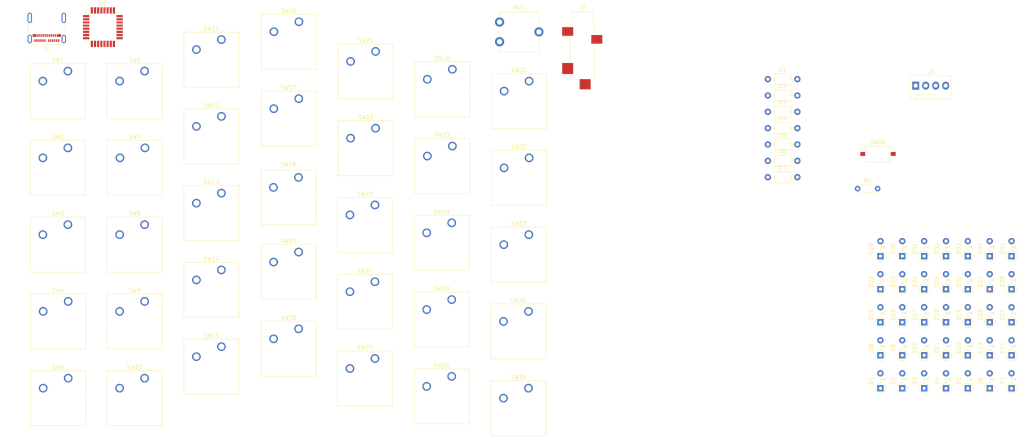
<source format=kicad_pcb>
(kicad_pcb (version 20240108) (generator "pcbnew") (generator_version "8.0")
  (layers (0 "F.Cu" signal) (31 "B.Cu" signal) (34 "B.Paste" user) (35 "F.Paste" user) (36 "B.SilkS" user "B.Silkscreen") (37 "F.SilkS" user "F.Silkscreen") (38 "B.Mask" user) (39 "F.Mask" user) (44 "Edge.Cuts" user))
  (net 0 "")
  (net 1 "GND")
  (net 2 "Net-(J1-CC1)")
  (net 3 "Net-(J1-CC2)")
  (net 4 "Net-(U1-VUSB)")
  (net 5 "VDD")
  (net 6 "Net-(J3-Pin_4)")
  (net 7 "Net-(D1-A)")
  (net 8 "row1")
  (net 9 "Net-(D2-A)")
  (net 10 "row2")
  (net 11 "Net-(D3-A)")
  (net 12 "row3")
  (net 13 "row4")
  (net 14 "Net-(D4-A)")
  (net 15 "row5")
  (net 16 "Net-(D5-A)")
  (net 17 "Net-(D6-A)")
  (net 18 "Net-(D7-A)")
  (net 19 "Net-(D8-A)")
  (net 20 "Net-(D9-A)")
  (net 21 "Net-(D10-A)")
  (net 22 "Net-(D11-A)")
  (net 23 "Net-(D12-A)")
  (net 24 "Net-(D13-A)")
  (net 25 "Net-(D14-A)")
  (net 26 "Net-(D15-A)")
  (net 27 "Net-(D16-A)")
  (net 28 "Net-(D17-A)")
  (net 29 "Net-(D18-A)")
  (net 30 "Net-(D19-A)")
  (net 31 "Net-(D20-A)")
  (net 32 "Net-(D21-A)")
  (net 33 "Net-(D22-A)")
  (net 34 "Net-(D23-A)")
  (net 35 "Net-(D24-A)")
  (net 36 "Net-(D25-A)")
  (net 37 "Net-(D26-A)")
  (net 38 "Net-(D27-A)")
  (net 39 "Net-(D28-A)")
  (net 40 "Net-(D29-A)")
  (net 41 "Net-(D30-A)")
  (net 42 "Net-(D31-A)")
  (net 43 "Net-(D32-A)")
  (net 44 "Net-(D33-A)")
  (net 45 "Net-(D34-A)")
  (net 46 "Net-(D35-A)")
  (net 47 "dp")
  (net 48 "dm")
  (net 49 "scl")
  (net 50 "Net-(J3-Pin_1)")
  (net 51 "Net-(R1-Pad1)")
  (net 52 "Net-(U1-PC3)")
  (net 53 "col1")
  (net 54 "col2")
  (net 55 "col3")
  (net 56 "col4")
  (net 57 "col5")
  (net 58 "col6")
  (net 59 "col7")
  (net 68 "sda")
  (footprint "Button_Switch_Keyboard:SW_Cherry_MX_1.00u_PCB" (layer "F.Cu") (at 133.01 53.5)
    (property "Reference" "SW26" (at -2.54 -2.794 0) (layer "F.SilkS"))
    (property "Value" "SW_Push")
    (pad "" np_thru_hole circle (at -7.62 5.08) (size 1.7 1.7) (drill 1.7) (layers "*.Cu" "*.Mask"))
    (pad "" np_thru_hole circle (at -2.54 5.08) (size 4 4) (drill 4) (layers "*.Cu" "*.Mask"))
    (pad "" np_thru_hole circle (at 2.54 5.08) (size 1.7 1.7) (drill 1.7) (layers "*.Cu" "*.Mask"))
    (pad "1" thru_hole circle (at 0 0) (size 2.2 2.2) (drill 1.5) (layers "*.Cu" "*.Mask") (net 58 "col6"))
    (pad "2" thru_hole circle (at -6.35 2.54) (size 2.2 2.2) (drill 1.5) (layers "*.Cu" "*.Mask") (net 37 "Net-(D26-A)"))
  )
  (footprint "Capacitor_THT:C_Axial_L3.8mm_D2.6mm_P7.50mm_Horizontal" (layer "F.Cu") (at 213.15 76.755)
    (property "Reference" "C6" (at 3.75 -2.42 0) (layer "F.SilkS"))
    (property "Value" "C_Small")
    (pad "1" thru_hole circle (at 0 0) (size 1.6 1.6) (drill 0.8) (layers "*.Cu" "*.Mask") (net 6 "Net-(J3-Pin_4)"))
    (pad "2" thru_hole oval (at 7.5 0) (size 1.6 1.6) (drill 0.8) (layers "*.Cu" "*.Mask") (net 1 "GND"))
  )
  (footprint "Diode_THT:D_DO-35_SOD27_P3.81mm_Vertical_AnodeUp" (layer "F.Cu") (at 275.05 109.354315 90)
    (property "Reference" "D28" (at 1.905 -2.326371 90) (layer "F.SilkS"))
    (property "Value" "D_45deg")
    (fp_text user "A" (at 2.31 0.8 90) (layer "F.SilkS"))
    (pad "1" thru_hole rect (at 0 0 90) (size 1.6 1.6) (drill 0.8) (layers "*.Cu" "*.Mask") (net 12 "row3"))
    (pad "2" thru_hole oval (at 3.81 0 90) (size 1.6 1.6) (drill 0.8) (layers "*.Cu" "*.Mask") (net 39 "Net-(D28-A)"))
  )
  (footprint "Diode_THT:D_DO-35_SOD27_P3.81mm_Vertical_AnodeUp" (layer "F.Cu") (at 269.5 109.354315 90)
    (property "Reference" "D27" (at 1.905 -2.326371 90) (layer "F.SilkS"))
    (property "Value" "D_45deg")
    (fp_text user "A" (at 2.31 0.8 90) (layer "F.SilkS"))
    (pad "1" thru_hole rect (at 0 0 90) (size 1.6 1.6) (drill 0.8) (layers "*.Cu" "*.Mask") (net 10 "row2"))
    (pad "2" thru_hole oval (at 3.81 0 90) (size 1.6 1.6) (drill 0.8) (layers "*.Cu" "*.Mask") (net 38 "Net-(D27-A)"))
  )
  (footprint "Capacitor_THT:C_Axial_L3.8mm_D2.6mm_P7.50mm_Horizontal" (layer "F.Cu") (at 213.15 68.455)
    (property "Reference" "C4" (at 3.75 -2.42 0) (layer "F.SilkS"))
    (property "Value" "C_Small")
    (pad "1" thru_hole circle (at 0 0) (size 1.6 1.6) (drill 0.8) (layers "*.Cu" "*.Mask") (net 1 "GND"))
    (pad "2" thru_hole oval (at 7.5 0) (size 1.6 1.6) (drill 0.8) (layers "*.Cu" "*.Mask") (net 5 "VDD"))
  )
  (footprint "Diode_THT:D_DO-35_SOD27_P3.81mm_Vertical_AnodeUp" (layer "F.Cu") (at 247.3 126.144315 90)
    (property "Reference" "D9" (at 1.905 -2.326371 90) (layer "F.SilkS"))
    (property "Value" "D_45deg")
    (fp_text user "A" (at 2.31 0.8 90) (layer "F.SilkS"))
    (pad "1" thru_hole rect (at 0 0 90) (size 1.6 1.6) (drill 0.8) (layers "*.Cu" "*.Mask") (net 13 "row4"))
    (pad "2" thru_hole oval (at 3.81 0 90) (size 1.6 1.6) (drill 0.8) (layers "*.Cu" "*.Mask") (net 20 "Net-(D9-A)"))
  )
  (footprint "Resistor_THT:R_Axial_DIN0204_L3.6mm_D1.6mm_P5.08mm_Horizontal" (layer "F.Cu") (at 235.95 83.805)
    (property "Reference" "R1" (at 2.54 -1.92 0) (layer "F.SilkS"))
    (property "Value" "R")
    (pad "1" thru_hole circle (at 0 0) (size 1.4 1.4) (drill 0.7) (layers "*.Cu" "*.Mask") (net 51 "Net-(R1-Pad1)"))
    (pad "2" thru_hole oval (at 5.08 0) (size 1.4 1.4) (drill 0.7) (layers "*.Cu" "*.Mask") (net 6 "Net-(J3-Pin_4)"))
  )
  (footprint "Diode_THT:D_DO-35_SOD27_P3.81mm_Vertical_AnodeUp" (layer "F.Cu") (at 275.05 126.144315 90)
    (property "Reference" "D14" (at 1.905 -2.326371 90) (layer "F.SilkS"))
    (property "Value" "D_45deg")
    (fp_text user "A" (at 2.31 0.8 90) (layer "F.SilkS"))
    (pad "1" thru_hole rect (at 0 0 90) (size 1.6 1.6) (drill 0.8) (layers "*.Cu" "*.Mask") (net 13 "row4"))
    (pad "2" thru_hole oval (at 3.81 0 90) (size 1.6 1.6) (drill 0.8) (layers "*.Cu" "*.Mask") (net 25 "Net-(D14-A)"))
  )
  (footprint "Button_Switch_Keyboard:SW_Cherry_MX_1.00u_PCB" (layer "F.Cu") (at 113.51 68.46)
    (property "Reference" "SW22" (at -2.54 -2.794 0) (layer "F.SilkS"))
    (property "Value" "SW_Push")
    (pad "" np_thru_hole circle (at -7.62 5.08) (size 1.7 1.7) (drill 1.7) (layers "*.Cu" "*.Mask"))
    (pad "" np_thru_hole circle (at -2.54 5.08) (size 4 4) (drill 4) (layers "*.Cu" "*.Mask"))
    (pad "" np_thru_hole circle (at 2.54 5.08) (size 1.7 1.7) (drill 1.7) (layers "*.Cu" "*.Mask"))
    (pad "1" thru_hole circle (at 0 0) (size 2.2 2.2) (drill 1.5) (layers "*.Cu" "*.Mask") (net 57 "col5"))
    (pad "2" thru_hole circle (at -6.35 2.54) (size 2.2 2.2) (drill 1.5) (layers "*.Cu" "*.Mask") (net 33 "Net-(D22-A)"))
  )
  (footprint "Diode_THT:D_DO-35_SOD27_P3.81mm_Vertical_AnodeUp" (layer "F.Cu") (at 258.4 100.959315 90)
    (property "Reference" "D32" (at 1.905 -2.326371 90) (layer "F.SilkS"))
    (property "Value" "D_45deg")
    (fp_text user "A" (at 2.31 0.8 90) (layer "F.SilkS"))
    (pad "1" thru_hole rect (at 0 0 90) (size 1.6 1.6) (drill 0.8) (layers "*.Cu" "*.Mask") (net 10 "row2"))
    (pad "2" thru_hole oval (at 3.81 0 90) (size 1.6 1.6) (drill 0.8) (layers "*.Cu" "*.Mask") (net 43 "Net-(D32-A)"))
  )
  (footprint "Button_Switch_Keyboard:SW_Cherry_MX_1.00u_PCB" (layer "F.Cu") (at 133.01 73)
    (property "Reference" "SW27" (at -2.54 -2.794 0) (layer "F.SilkS"))
    (property "Value" "SW_Push")
    (pad "" np_thru_hole circle (at -7.62 5.08) (size 1.7 1.7) (drill 1.7) (layers "*.Cu" "*.Mask"))
    (pad "" np_thru_hole circle (at -2.54 5.08) (size 4 4) (drill 4) (layers "*.Cu" "*.Mask"))
    (pad "" np_thru_hole circle (at 2.54 5.08) (size 1.7 1.7) (drill 1.7) (layers "*.Cu" "*.Mask"))
    (pad "1" thru_hole circle (at 0 0) (size 2.2 2.2) (drill 1.5) (layers "*.Cu" "*.Mask") (net 58 "col6"))
    (pad "2" thru_hole circle (at -6.35 2.54) (size 2.2 2.2) (drill 1.5) (layers "*.Cu" "*.Mask") (net 38 "Net-(D27-A)"))
  )
  (footprint "Diode_THT:D_DO-35_SOD27_P3.81mm_Vertical_AnodeUp" (layer "F.Cu") (at 258.4 109.354315 90)
    (property "Reference" "D25" (at 1.905 -2.326371 90) (layer "F.SilkS"))
    (property "Value" "D_45deg")
    (fp_text user "A" (at 2.31 0.8 90) (layer "F.SilkS"))
    (pad "1" thru_hole rect (at 0 0 90) (size 1.6 1.6) (drill 0.8) (layers "*.Cu" "*.Mask") (net 15 "row5"))
    (pad "2" thru_hole oval (at 3.81 0 90) (size 1.6 1.6) (drill 0.8) (layers "*.Cu" "*.Mask") (net 36 "Net-(D25-A)"))
  )
  (footprint "Diode_THT:D_DO-35_SOD27_P3.81mm_Vertical_AnodeUp" (layer "F.Cu") (at 252.85 109.354315 90)
    (property "Reference" "D24" (at 1.905 -2.326371 90) (layer "F.SilkS"))
    (property "Value" "D_45deg")
    (fp_text user "A" (at 2.31 0.8 90) (layer "F.SilkS"))
    (pad "1" thru_hole rect (at 0 0 90) (size 1.6 1.6) (drill 0.8) (layers "*.Cu" "*.Mask") (net 13 "row4"))
    (pad "2" thru_hole oval (at 3.81 0 90) (size 1.6 1.6) (drill 0.8) (layers "*.Cu" "*.Mask") (net 35 "Net-(D24-A)"))
  )
  (footprint "Button_Switch_Keyboard:SW_Cherry_MX_1.00u_PCB" (layer "F.Cu") (at 152.51 56.5)
    (property "Reference" "SW31" (at -2.54 -2.794 0) (layer "F.SilkS"))
    (property "Value" "SW_Push")
    (pad "" np_thru_hole circle (at -7.62 5.08) (size 1.7 1.7) (drill 1.7) (layers "*.Cu" "*.Mask"))
    (pad "" np_thru_hole circle (at -2.54 5.08) (size 4 4) (drill 4) (layers "*.Cu" "*.Mask"))
    (pad "" np_thru_hole circle (at 2.54 5.08) (size 1.7 1.7) (drill 1.7) (layers "*.Cu" "*.Mask"))
    (pad "1" thru_hole circle (at 0 0) (size 2.2 2.2) (drill 1.5) (layers "*.Cu" "*.Mask") (net 59 "col7"))
    (pad "2" thru_hole circle (at -6.35 2.54) (size 2.2 2.2) (drill 1.5) (layers "*.Cu" "*.Mask") (net 42 "Net-(D31-A)"))
  )
  (footprint "Diode_THT:D_DO-35_SOD27_P3.81mm_Vertical_AnodeUp" (layer "F.Cu") (at 252.85 134.539315 90)
    (property "Reference" "D3" (at 1.905 -2.326371 90) (layer "F.SilkS"))
    (property "Value" "D_45deg")
    (fp_text user "A" (at 2.31 0.8 90) (layer "F.SilkS"))
    (pad "1" thru_hole rect (at 0 0 90) (size 1.6 1.6) (drill 0.8) (layers "*.Cu" "*.Mask") (net 12 "row3"))
    (pad "2" thru_hole oval (at 3.81 0 90) (size 1.6 1.6) (drill 0.8) (layers "*.Cu" "*.Mask") (net 11 "Net-(D3-A)"))
  )
  (footprint "Connector_Audio:Jack_3.5mm_CUI_SJ-3524-SMT_Horizontal" (layer "F.Cu") (at 166 47.5)
    (property "Reference" "J2" (at 0 -9.9 0) (layer "F.SilkS"))
    (property "Value" "AudioJack4")
    (pad "" np_thru_hole circle (at 0 -2.5) (size 1.7 1.7) (drill 1.7) (layers "*.Cu" "*.Mask"))
    (pad "" np_thru_hole circle (at 0 4.5) (size 1.7 1.7) (drill 1.7) (layers "*.Cu" "*.Mask"))
    (pad "R" smd rect (at 3.7 -1.6) (size 2.8 2.2) (layers "F.Cu" "F.Paste" "F.Mask"))
    (pad "S" smd rect (at -3.7 -3.6) (size 2.8 2.2) (layers "F.Cu" "F.Paste" "F.Mask") (net 1 "GND"))
    (pad "T" smd rect (at -3.7 5.8) (size 2.8 2.8) (layers "F.Cu" "F.Paste" "F.Mask") (net 49 "scl"))
    (pad "TN" smd rect (at 0.75 9.8) (size 2.8 2.6) (layers "F.Cu" "F.Paste" "F.Mask"))
  )
  (footprint "Button_Switch_Keyboard:SW_Cherry_MX_1.00u_PCB" (layer "F.Cu") (at 54.93 73.46)
    (property "Reference" "SW7" (at -2.54 -2.794 0) (layer "F.SilkS"))
    (property "Value" "SW_Push")
    (pad "" np_thru_hole circle (at -7.62 5.08) (size 1.7 1.7) (drill 1.7) (layers "*.Cu" "*.Mask"))
    (pad "" np_thru_hole circle (at -2.54 5.08) (size 4 4) (drill 4) (layers "*.Cu" "*.Mask"))
    (pad "" np_thru_hole circle (at 2.54 5.08) (size 1.7 1.7) (drill 1.7) (layers "*.Cu" "*.Mask"))
    (pad "1" thru_hole circle (at 0 0) (size 2.2 2.2) (drill 1.5) (layers "*.Cu" "*.Mask") (net 54 "col2"))
    (pad "2" thru_hole circle (at -6.35 2.54) (size 2.2 2.2) (drill 1.5) (layers "*.Cu" "*.Mask") (net 18 "Net-(D7-A)"))
  )
  (footprint "Button_Switch_Keyboard:SW_Cherry_MX_1.00u_PCB" (layer "F.Cu") (at 113.35 126.96)
    (property "Reference" "SW25" (at -2.54 -2.794 0) (layer "F.SilkS"))
    (property "Value" "SW_Push")
    (pad "" np_thru_hole circle (at -7.62 5.08) (size 1.7 1.7) (drill 1.7) (layers "*.Cu" "*.Mask"))
    (pad "" np_thru_hole circle (at -2.54 5.08) (size 4 4) (drill 4) (layers "*.Cu" "*.Mask"))
    (pad "" np_thru_hole circle (at 2.54 5.08) (size 1.7 1.7) (drill 1.7) (layers "*.Cu" "*.Mask"))
    (pad "1" thru_hole circle (at 0 0) (size 2.2 2.2) (drill 1.5) (layers "*.Cu" "*.Mask") (net 57 "col5"))
    (pad "2" thru_hole circle (at -6.35 2.54) (size 2.2 2.2) (drill 1.5) (layers "*.Cu" "*.Mask") (net 36 "Net-(D25-A)"))
  )
  (footprint "Button_Switch_Keyboard:SW_Cherry_MX_1.00u_PCB" (layer "F.Cu") (at 132.85 92.5)
    (property "Reference" "SW28" (at -2.54 -2.794 0) (layer "F.SilkS"))
    (property "Value" "SW_Push")
    (pad "" np_thru_hole circle (at -7.62 5.08) (size 1.7 1.7) (drill 1.7) (layers "*.Cu" "*.Mask"))
    (pad "" np_thru_hole circle (at -2.54 5.08) (size 4 4) (drill 4) (layers "*.Cu" "*.Mask"))
    (pad "" np_thru_hole circle (at 2.54 5.08) (size 1.7 1.7) (drill 1.7) (layers "*.Cu" "*.Mask"))
    (pad "1" thru_hole circle (at 0 0) (size 2.2 2.2) (drill 1.5) (layers "*.Cu" "*.Mask") (net 58 "col6"))
    (pad "2" thru_hole circle (at -6.35 2.54) (size 2.2 2.2) (drill 1.5) (layers "*.Cu" "*.Mask") (net 39 "Net-(D28-A)"))
  )
  (footprint "Diode_THT:D_DO-35_SOD27_P3.81mm_Vertical_AnodeUp" (layer "F.Cu") (at 275.05 100.959315 90)
    (property "Reference" "D35" (at 1.905 -2.326371 90) (layer "F.SilkS"))
    (property "Value" "D_45deg")
    (fp_text user "A" (at 2.31 0.8 90) (layer "F.SilkS"))
    (pad "1" thru_hole rect (at 0 0 90) (size 1.6 1.6) (drill 0.8) (layers "*.Cu" "*.Mask") (net 15 "row5"))
    (pad "2" thru_hole oval (at 3.81 0 90) (size 1.6 1.6) (drill 0.8) (layers "*.Cu" "*.Mask") (net 46 "Net-(D35-A)"))
  )
  (footprint "Diode_THT:D_DO-35_SOD27_P3.81mm_Vertical_AnodeUp" (layer "F.Cu") (at 241.75 134.539315 90)
    (property "Reference" "D1" (at 1.905 -2.326371 90) (layer "F.SilkS"))
    (property "Value" "D_45deg")
    (fp_text user "A" (at 2.31 0.8 90) (layer "F.SilkS"))
    (pad "1" thru_hole rect (at 0 0 90) (size 1.6 1.6) (drill 0.8) (layers "*.Cu" "*.Mask") (net 8 "row1"))
    (pad "2" thru_hole oval (at 3.81 0 90) (size 1.6 1.6) (drill 0.8) (layers "*.Cu" "*.Mask") (net 7 "Net-(D1-A)"))
  )
  (footprint "Button_Switch_Keyboard:SW_Cherry_MX_1.00u_PCB" (layer "F.Cu") (at 113.35 107.46)
    (property "Reference" "SW24" (at -2.54 -2.794 0) (layer "F.SilkS"))
    (property "Value" "SW_Push")
    (pad "" np_thru_hole circle (at -7.62 5.08) (size 1.7 1.7) (drill 1.7) (layers "*.Cu" "*.Mask"))
    (pad "" np_thru_hole circle (at -2.54 5.08) (size 4 4) (drill 4) (layers "*.Cu" "*.Mask"))
    (pad "" np_thru_hole circle (at 2.54 5.08) (size 1.7 1.7) (drill 1.7) (layers "*.Cu" "*.Mask"))
    (pad "1" thru_hole circle (at 0 0) (size 2.2 2.2) (drill 1.5) (layers "*.Cu" "*.Mask") (net 57 "col5"))
    (pad "2" thru_hole circle (at -6.35 2.54) (size 2.2 2.2) (drill 1.5) (layers "*.Cu" "*.Mask") (net 35 "Net-(D24-A)"))
  )
  (footprint "Diode_THT:D_DO-35_SOD27_P3.81mm_Vertical_AnodeUp" (layer "F.Cu") (at 247.3 100.959315 90)
    (property "Reference" "D30" (at 1.905 -2.326371 90) (layer "F.SilkS"))
    (property "Value" "D_45deg")
    (fp_text user "A" (at 2.31 0.8 90) (layer "F.SilkS"))
    (pad "1" thru_hole rect (at 0 0 90) (size 1.6 1.6) (drill 0.8) (layers "*.Cu" "*.Mask") (net 15 "row5"))
    (pad "2" thru_hole oval (at 3.81 0 90) (size 1.6 1.6) (drill 0.8) (layers "*.Cu" "*.Mask") (net 41 "Net-(D30-A)"))
  )
  (footprint "Diode_THT:D_DO-35_SOD27_P3.81mm_Vertical_AnodeUp" (layer "F.Cu") (at 252.85 126.144315 90)
    (property "Reference" "D10" (at 1.905 -2.326371 90) (layer "F.SilkS"))
    (property "Value" "D_45deg")
    (fp_text user "A" (at 2.31 0.8 90) (layer "F.SilkS"))
    (pad "1" thru_hole rect (at 0 0 90) (size 1.6 1.6) (drill 0.8) (layers "*.Cu" "*.Mask") (net 15 "row5"))
    (pad "2" thru_hole oval (at 3.81 0 90) (size 1.6 1.6) (drill 0.8) (layers "*.Cu" "*.Mask") (net 21 "Net-(D10-A)"))
  )
  (footprint "Button_Switch_Keyboard:SW_Cherry_MX_1.00u_PCB" (layer "F.Cu") (at 152.35 115)
    (property "Reference" "SW34" (at -2.54 -2.794 0) (layer "F.SilkS"))
    (property "Value" "SW_Push")
    (pad "" np_thru_hole circle (at -7.62 5.08) (size 1.7 1.7) (drill 1.7) (layers "*.Cu" "*.Mask"))
    (pad "" np_thru_hole circle (at -2.54 5.08) (size 4 4) (drill 4) (layers "*.Cu" "*.Mask"))
    (pad "" np_thru_hole circle (at 2.54 5.08) (size 1.7 1.7) (drill 1.7) (layers "*.Cu" "*.Mask"))
    (pad "1" thru_hole circle (at 0 0) (size 2.2 2.2) (drill 1.5) (layers "*.Cu" "*.Mask") (net 59 "col7"))
    (pad "2" thru_hole circle (at -6.35 2.54) (size 2.2 2.2) (drill 1.5) (layers "*.Cu" "*.Mask") (net 45 "Net-(D34-A)"))
  )
  (footprint "Capacitor_THT:C_Axial_L3.8mm_D2.6mm_P7.50mm_Horizontal" (layer "F.Cu") (at 213.15 56.005)
    (property "Reference" "C1" (at 3.75 -2.42 0) (layer "F.SilkS"))
    (property "Value" "C_Small")
    (pad "1" thru_hole circle (at 0 0) (size 1.6 1.6) (drill 0.8) (layers "*.Cu" "*.Mask") (net 1 "GND"))
    (pad "2" thru_hole oval (at 7.5 0) (size 1.6 1.6) (drill 0.8) (layers "*.Cu" "*.Mask") (net 2 "Net-(J1-CC1)"))
  )
  (footprint "Diode_THT:D_DO-35_SOD27_P3.81mm_Vertical_AnodeUp" (layer "F.Cu") (at 263.95 126.144315 90)
    (property "Reference" "D12" (at 1.905 -2.326371 90) (layer "F.SilkS"))
    (property "Value" "D_45deg")
    (fp_text user "A" (at 2.31 0.8 90) (layer "F.SilkS"))
    (pad "1" thru_hole rect (at 0 0 90) (size 1.6 1.6) (drill 0.8) (layers "*.Cu" "*.Mask") (net 10 "row2"))
    (pad "2" thru_hole oval (at 3.81 0 90) (size 1.6 1.6) (drill 0.8) (layers "*.Cu" "*.Mask") (net 23 "Net-(D12-A)"))
  )
  (footprint "Button_Switch_Keyboard:SW_Cherry_MX_1.00u_PCB" (layer "F.Cu") (at 54.85 112.46)
    (property "Reference" "SW9" (at -2.54 -2.794 0) (layer "F.SilkS"))
    (property "Value" "SW_Push")
    (pad "" np_thru_hole circle (at -7.62 5.08) (size 1.7 1.7) (drill 1.7) (layers "*.Cu" "*.Mask"))
    (pad "" np_thru_hole circle (at -2.54 5.08) (size 4 4) (drill 4) (layers "*.Cu" "*.Mask"))
    (pad "" np_thru_hole circle (at 2.54 5.08) (size 1.7 1.7) (drill 1.7) (layers "*.Cu" "*.Mask"))
    (pad "1" thru_hole circle (at 0 0) (size 2.2 2.2) (drill 1.5) (layers "*.Cu" "*.Mask") (net 54 "col2"))
    (pad "2" thru_hole circle (at -6.35 2.54) (size 2.2 2.2) (drill 1.5) (layers "*.Cu" "*.Mask") (net 20 "Net-(D9-A)"))
  )
  (footprint "Diode_THT:D_DO-35_SOD27_P3.81mm_Vertical_AnodeUp" (layer "F.Cu") (at 247.3 134.539315 90)
    (property "Reference" "D2" (at 1.905 -2.326371 90) (layer "F.SilkS"))
    (property "Value" "D_45deg")
    (fp_text user "A" (at 2.31 0.8 90) (layer "F.SilkS"))
    (pad "1" thru_hole rect (at 0 0 90) (size 1.6 1.6) (drill 0.8) (layers "*.Cu" "*.Mask") (net 10 "row2"))
    (pad "2" thru_hole oval (at 3.81 0 90) (size 1.6 1.6) (drill 0.8) (layers "*.Cu" "*.Mask") (net 9 "Net-(D2-A)"))
  )
  (footprint "Button_Switch_Keyboard:SW_Cherry_MX_1.00u_PCB" (layer "F.Cu") (at 54.85 92.96)
    (property "Reference" "SW8" (at -2.54 -2.794 0) (layer "F.SilkS"))
    (property "Value" "SW_Push")
    (pad "" np_thru_hole circle (at -7.62 5.08) (size 1.7 1.7) (drill 1.7) (layers "*.Cu" "*.Mask"))
    (pad "" np_thru_hole circle (at -2.54 5.08) (size 4 4) (drill 4) (layers "*.Cu" "*.Mask"))
    (pad "" np_thru_hole circle (at 2.54 5.08) (size 1.7 1.7) (drill 1.7) (layers "*.Cu" "*.Mask"))
    (pad "1" thru_hole circle (at 0 0) (size 2.2 2.2) (drill 1.5) (layers "*.Cu" "*.Mask") (net 54 "col2"))
    (pad "2" thru_hole circle (at -6.35 2.54) (size 2.2 2.2) (drill 1.5) (layers "*.Cu" "*.Mask") (net 19 "Net-(D8-A)"))
  )
  (footprint "Diode_THT:D_DO-35_SOD27_P3.81mm_Vertical_AnodeUp" (layer "F.Cu") (at 258.4 126.144315 90)
    (property "Reference" "D11" (at 1.905 -2.326371 90) (layer "F.SilkS"))
    (property "Value" "D_45deg")
    (fp_text user "A" (at 2.31 0.8 90) (layer "F.SilkS"))
    (pad "1" thru_hole rect (at 0 0 90) (size 1.6 1.6) (drill 0.8) (layers "*.Cu" "*.Mask") (net 8 "row1"))
    (pad "2" thru_hole oval (at 3.81 0 90) (size 1.6 1.6) (drill 0.8) (layers "*.Cu" "*.Mask") (net 22 "Net-(D11-A)"))
  )
  (footprint "Button_Switch_Keyboard:SW_Cherry_MX_1.00u_PCB" (layer "F.Cu") (at 74.35 84.96)
    (property "Reference" "SW13" (at -2.54 -2.794 0) (layer "F.SilkS"))
    (property "Value" "SW_Push")
    (pad "" np_thru_hole circle (at -7.62 5.08) (size 1.7 1.7) (drill 1.7) (layers "*.Cu" "*.Mask"))
    (pad "" np_thru_hole circle (at -2.54 5.08) (size 4 4) (drill 4) (layers "*.Cu" "*.Mask"))
    (pad "" np_thru_hole circle (at 2.54 5.08) (size 1.7 1.7) (drill 1.7) (layers "*.Cu" "*.Mask"))
    (pad "1" thru_hole circle (at 0 0) (size 2.2 2.2) (drill 1.5) (layers "*.Cu" "*.Mask") (net 55 "col3"))
    (pad "2" thru_hole circle (at -6.35 2.54) (size 2.2 2.2) (drill 1.5) (layers "*.Cu" "*.Mask") (net 24 "Net-(D13-A)"))
  )
  (footprint "Button_Switch_SMD:SW_Tactile_SPST_NO_Straight_CK_PTS636Sx25SMTRLFS" (layer "F.Cu") (at 241.125 75)
    (property "Reference" "SW36" (at 0 -3 0) (layer "F.SilkS"))
    (property "Value" "SW_Push")
    (pad "1" smd rect (at -3.875 0) (size 1.25 1) (layers "F.Cu" "F.Paste" "F.Mask") (net 1 "GND"))
    (pad "2" smd rect (at 3.875 0) (size 1.25 1) (layers "F.Cu" "F.Paste" "F.Mask") (net 51 "Net-(R1-Pad1)"))
  )
  (footprint "Button_Switch_Keyboard:SW_Cherry_MX_1.00u_PCB" (layer "F.Cu") (at 74.35 123.96)
    (property "Reference" "SW15" (at -2.54 -2.794 0) (layer "F.SilkS"))
    (property "Value" "SW_Push")
    (pad "" np_thru_hole circle (at -7.62 5.08) (size 1.7 1.7) (drill 1.7) (layers "*.Cu" "*.Mask"))
    (pad "" np_thru_hole circle (at -2.54 5.08) (size 4 4) (drill 4) (layers "*.Cu" "*.Mask"))
    (pad "" np_thru_hole circle (at 2.54 5.08) (size 1.7 1.7) (drill 1.7) (layers "*.Cu" "*.Mask"))
    (pad "1" thru_hole circle (at 0 0) (size 2.2 2.2) (drill 1.5) (layers "*.Cu" "*.Mask") (net 55 "col3"))
    (pad "2" thru_hole circle (at -6.35 2.54) (size 2.2 2.2) (drill 1.5) (layers "*.Cu" "*.Mask") (net 26 "Net-(D15-A)"))
  )
  (footprint "Diode_THT:D_DO-35_SOD27_P3.81mm_Vertical_AnodeUp" (layer "F.Cu") (at 263.95 109.354315 90)
    (property "Reference" "D26" (at 1.905 -2.326371 90) (layer "F.SilkS"))
    (property "Value" "D_45deg")
    (fp_text user "A" (at 2.31 0.8 90) (layer "F.SilkS"))
    (pad "1" thru_hole rect (at 0 0 90) (size 1.6 1.6) (drill 0.8) (layers "*.Cu" "*.Mask") (net 8 "row1"))
    (pad "2" thru_hole oval (at 3.81 0 90) (size 1.6 1.6) (drill 0.8) (layers "*.Cu" "*.Mask") (net 37 "Net-(D26-A)"))
  )
  (footprint "Diode_THT:D_DO-35_SOD27_P3.81mm_Vertical_AnodeUp" (layer "F.Cu") (at 247.3 109.354315 90)
    (property "Reference" "D23" (at 1.905 -2.326371 90) (layer "F.SilkS"))
    (property "Value" "D_45deg")
    (fp_text user "A" (at 2.31 0.8 90) (layer "F.SilkS"))
    (pad "1" thru_hole rect (at 0 0 90) (size 1.6 1.6) (drill 0.8) (layers "*.Cu" "*.Mask") (net 12 "row3"))
    (pad "2" thru_hole oval (at 3.81 0 90) (size 1.6 1.6) (drill 0.8) (layers "*.Cu" "*.Mask") (net 34 "Net-(D23-A)"))
  )
  (footprint "Diode_THT:D_DO-35_SOD27_P3.81mm_Vertical_AnodeUp" (layer "F.Cu") (at 269.5 134.539315 90)
    (property "Reference" "D6" (at 1.905 -2.326371 90) (layer "F.SilkS"))
    (property "Value" "D_45deg")
    (fp_text user "A" (at 2.31 0.8 90) (layer "F.SilkS"))
    (pad "1" thru_hole rect (at 0 0 90) (size 1.6 1.6) (drill 0.8) (layers "*.Cu" "*.Mask") (net 8 "row1"))
    (pad "2" thru_hole oval (at 3.81 0 90) (size 1.6 1.6) (drill 0.8) (layers "*.Cu" "*.Mask") (net 17 "Net-(D6-A)"))
  )
  (footprint "Diode_THT:D_DO-35_SOD27_P3.81mm_Vertical_AnodeUp" (layer "F.Cu") (at 252.85 117.749315 90)
    (property "Reference" "D17" (at 1.905 -2.326371 90) (layer "F.SilkS"))
    (property "Value" "D_45deg")
    (fp_text user "A" (at 2.31 0.8 90) (layer "F.SilkS"))
    (pad "1" thru_hole rect (at 0 0 90) (size 1.6 1.6) (drill 0.8) (layers "*.Cu" "*.Mask") (net 10 "row2"))
    (pad "2" thru_hole oval (at 3.81 0 90) (size 1.6 1.6) (drill 0.8) (layers "*.Cu" "*.Mask") (net 28 "Net-(D17-A)"))
  )
  (footprint "Button_Switch_Keyboard:SW_Cherry_MX_1.00u_PCB" (layer "F.Cu") (at 74.35 104.46)
    (property "Reference" "SW14" (at -2.54 -2.794 0) (layer "F.SilkS"))
    (property "Value" "SW_Push")
    (pad "" np_thru_hole circle (at -7.62 5.08) (size 1.7 1.7) (drill 1.7) (layers "*.Cu" "*.Mask"))
    (pad "" np_thru_hole circle (at -2.54 5.08) (size 4 4) (drill 4) (layers "*.Cu" "*.Mask"))
    (pad "" np_thru_hole circle (at 2.54 5.08) (size 1.7 1.7) (drill 1.7) (layers "*.Cu" "*.Mask"))
    (pad "1" thru_hole circle (at 0 0) (size 2.2 2.2) (drill 1.5) (layers "*.Cu" "*.Mask") (net 55 "col3"))
    (pad "2" thru_hole circle (at -6.35 2.54) (size 2.2 2.2) (drill 1.5) (layers "*.Cu" "*.Mask") (net 25 "Net-(D14-A)"))
  )
  (footprint "Button_Switch_Keyboard:SW_Cherry_MX_1.00u_PCB" (layer "F.Cu") (at 93.96 119.42)
    (property "Reference" "SW20" (at -2.54 -2.794 0) (layer "F.SilkS"))
    (property "Value" "SW_Push")
    (pad "" np_thru_hole circle (at -7.62 5.08) (size 1.7 1.7) (drill 1.7) (layers "*.Cu" "*.Mask"))
    (pad "" np_thru_hole circle (at -2.54 5.08) (size 4 4) (drill 4) (layers "*.Cu" "*.Mask"))
    (pad "" np_thru_hole circle (at 2.54 5.08) (size 1.7 1.7) (drill 1.7) (layers "*.Cu" "*.Mask"))
    (pad "1" thru_hole circle (at 0 0) (size 2.2 2.2) (drill 1.5) (layers "*.Cu" "*.Mask") (net 56 "col4"))
    (pad "2" thru_hole circle (at -6.35 2.54) (size 2.2 2.2) (drill 1.5) (layers "*.Cu" "*.Mask") (net 31 "Net-(D20-A)"))
  )
  (footprint "Connector_USB:USB_C_Receptacle_Molex_105450-0101" (layer "F.Cu") (at 30 43 180)
    (property "Reference" "J1" (at 0 -5.315 180) (layer "F.SilkS"))
    (property "Value" "USB_C_Receptacle_USB2.0_14P")
    (pad "A1" smd rect (at -3 -3.215 180) (size 0.3 0.7) (layers "F.Cu" "F.Paste" "F.Mask") (net 1 "GND"))
    (pad "A2" smd rect (at -2.5 -3.215 180) (size 0.3 0.7) (layers "F.Cu" "F.Paste" "F.Mask"))
    (pad "A3" smd rect (at -2 -3.215 180) (size 0.3 0.7) (layers "F.Cu" "F.Paste" "F.Mask"))
    (pad "A4" smd rect (at -1.5 -3.215 180) (size 0.3 0.7) (layers "F.Cu" "F.Paste" "F.Mask") (net 5 "VDD"))
    (pad "A5" smd rect (at -1 -3.215 180) (size 0.3 0.7) (layers "F.Cu" "F.Paste" "F.Mask") (net 2 "Net-(J1-CC1)"))
    (pad "A6" smd rect (at -0.5 -3.215 180) (size 0.3 0.7) (layers "F.Cu" "F.Paste" "F.Mask") (net 47 "dp"))
    (pad "A7" smd rect (at 0.5 -3.215 180) (size 0.3 0.7) (layers "F.Cu" "F.Paste" "F.Mask") (net 48 "dm"))
    (pad "A8" smd rect (at 1 -3.215 180) (size 0.3 0.7) (layers "F.Cu" "F.Paste" "F.Mask"))
    (pad "A9" smd rect (at 1.5 -3.215 180) (size 0.3 0.7) (layers "F.Cu" "F.Paste" "F.Mask") (net 5 "VDD"))
    (pad "A10" smd rect (at 2 -3.215 180) (size 0.3 0.7) (layers "F.Cu" "F.Paste" "F.Mask"))
    (pad "A11" smd rect (at 2.5 -3.215 180) (size 0.3 0.7) (layers "F.Cu" "F.Paste" "F.Mask"))
    (pad "A12" smd rect (at 3 -3.215 180) (size 0.3 0.7) (layers "F.Cu" "F.Paste" "F.Mask") (net 1 "GND"))
    (pad "B1" smd rect (at 3.1 -1.915 180) (size 1 0.7) (layers "F.Cu" "F.Paste" "F.Mask") (net 1 "GND"))
    (pad "B2" smd rect (at 2.25 -1.915 180) (size 0.3 0.7) (layers "F.Cu" "F.Paste" "F.Mask"))
    (pad "B3" smd rect (at 1.75 -1.915 180) (size 0.3 0.7) (layers "F.Cu" "F.Paste" "F.Mask"))
    (pad "B4" smd rect (at 1.25 -1.915 180) (size 0.3 0.7) (layers "F.Cu" "F.Paste" "F.Mask") (net 5 "VDD"))
    (pad "B5" smd rect (at 0.75 -1.915 180) (size 0.3 0.7) (layers "F.Cu" "F.Paste" "F.Mask") (net 3 "Net-(J1-CC2)"))
    (pad "B6" smd rect (at 0.25 -1.915 180) (size 0.3 0.7) (layers "F.Cu" "F.Paste" "F.Mask") (net 47 "dp"))
    (pad "B7" smd rect (at -0.25 -1.915 180) (size 0.3 0.7) (layers "F.Cu" "F.Paste" "F.Mask") (net 48 "dm"))
    (pad "B8" smd rect (at -0.75 -1.915 180) (size 0.3 0.7) (layers "F.Cu" "F.Paste" "F.Mask"))
    (pad "B9" smd rect (at -1.25 -1.915 180) (size 0.3 0.7) (layers "F.Cu" "F.Paste" "F.Mask") (net 5 "VDD"))
    (pad "B10" smd rect (at -1.75 -1.915 180) (size 0.3 0.7) (layers "F.Cu" "F.Paste" "F.Mask"))
    (pad "B11" smd rect (at -2.25 -1.915 180) (size 0.3 0.7) (layers "F.Cu" "F.Paste" "F.Mask"))
    (pad "B12" smd rect (at -3.1 -1.915 180) (size 1 0.7) (layers "F.Cu" "F.Paste" "F.Mask") (net 1 "GND"))
    (pad "S1" thru_hole oval (at -4.32 -2.805 180) (size 1.1 2.1) (drill oval 0.6 1.6) (layers "*.Cu" "*.Mask") (net 1 "GND"))
    (pad "S1" thru_hole oval (at -4.32 2.555 180) (size 1.1 2.6) (drill oval 0.6 2.1) (layers "*.Cu" "*.Mask") (net 1 "GND"))
    (pad "S1" thru_hole oval (at 4.32 -2.805 180) (size 1.1 2.1) (drill oval 0.6 1.6) (layers "*.Cu" "*.Mask") (net 1 "GND"))
    (pad "S1" thru_hole oval (at 4.32 2.555 180) (size 1.1 2.6) (drill oval 0.6 2.1) (layers "*.Cu" "*.Mask") (net 1 "GND"))
  )
  (footprint "Diode_THT:D_DO-35_SOD27_P3.81mm_Vertical_AnodeUp" (layer "F.Cu") (at 263.95 100.959315 90)
    (property "Reference" "D33" (at 1.905 -2.326371 90) (layer "F.SilkS"))
    (property "Value" "D_45deg")
    (fp_text user "A" (at 2.31 0.8 90) (layer "F.SilkS"))
    (pad "1" thru_hole rect (at 0 0 90) (size 1.6 1.6) (drill 0.8) (layers "*.Cu" "*.Mask") (net 12 "row3"))
    (pad "2" thru_hole oval (at 3.81 0 90) (size 1.6 1.6) (drill 0.8) (layers "*.Cu" "*.Mask") (net 44 "Net-(D33-A)"))
  )
  (footprint "Capacitor_THT:C_Axial_L3.8mm_D2.6mm_P7.50mm_Horizontal" (layer "F.Cu") (at 213.15 72.605)
    (property "Reference" "C5" (at 3.75 -2.42 0) (layer "F.SilkS"))
    (property "Value" "C_Small")
    (pad "1" thru_hole circle (at 0 0) (size 1.6 1.6) (drill 0.8) (layers "*.Cu" "*.Mask") (net 1 "GND"))
    (pad "2" thru_hole oval (at 7.5 0) (size 1.6 1.6) (drill 0.8) (layers "*.Cu" "*.Mask") (net 5 "VDD"))
  )
  (footprint "Button_Switch_Keyboard:SW_Cherry_MX_1.00u_PCB" (layer "F.Cu") (at 35.43 112.46)
    (property "Reference" "SW4" (at -2.54 -2.794 0) (layer "F.SilkS"))
    (property "Value" "SW_Push")
    (pad "" np_thru_hole circle (at -7.62 5.08) (size 1.7 1.7) (drill 1.7) (layers "*.Cu" "*.Mask"))
    (pad "" np_thru_hole circle (at -2.54 5.08) (size 4 4) (drill 4) (layers "*.Cu" "*.Mask"))
    (pad "" np_thru_hole circle (at 2.54 5.08) (size 1.7 1.7) (drill 1.7) (layers "*.Cu" "*.Mask"))
    (pad "1" thru_hole circle (at 0 0) (size 2.2 2.2) (drill 1.5) (layers "*.Cu" "*.Mask") (net 53 "col1"))
    (pad "2" thru_hole circle (at -6.35 2.54) (size 2.2 2.2) (drill 1.5) (layers "*.Cu" "*.Mask") (net 14 "Net-(D4-A)"))
  )
  (footprint "Button_Switch_Keyboard:SW_Cherry_MX_1.00u_PCB" (layer "F.Cu") (at 93.96 99.92)
    (property "Reference" "SW19" (at -2.54 -2.794 0) (layer "F.SilkS"))
    (property "Value" "SW_Push")
    (pad "" np_thru_hole circle (at -7.62 5.08) (size 1.7 1.7) (drill 1.7) (layers "*.Cu" "*.Mask"))
    (pad "" np_thru_hole circle (at -2.54 5.08) (size 4 4) (drill 4) (layers "*.Cu" "*.Mask"))
    (pad "" np_thru_hole circle (at 2.54 5.08) (size 1.7 1.7) (drill 1.7) (layers "*.Cu" "*.Mask"))
    (pad "1" thru_hole circle (at 0 0) (size 2.2 2.2) (drill 1.5) (layers "*.Cu" "*.Mask") (net 56 "col4"))
    (pad "2" thru_hole circle (at -6.35 2.54) (size 2.2 2.2) (drill 1.5) (layers "*.Cu" "*.Mask") (net 30 "Net-(D19-A)"))
  )
  (footprint "Diode_THT:D_DO-35_SOD27_P3.81mm_Vertical_AnodeUp" (layer "F.Cu") (at 269.5 100.959315 90)
    (property "Reference" "D34" (at 1.905 -2.326371 90) (layer "F.SilkS"))
    (property "Value" "D_45deg")
    (fp_text user "A" (at 2.31 0.8 90) (layer "F.SilkS"))
    (pad "1" thru_hole rect (at 0 0 90) (size 1.6 1.6) (drill 0.8) (layers "*.Cu" "*.Mask") (net 13 "row4"))
    (pad "2" thru_hole oval (at 3.81 0 90) (size 1.6 1.6) (drill 0.8) (layers "*.Cu" "*.Mask") (net 45 "Net-(D34-A)"))
  )
  (footprint "Diode_THT:D_DO-35_SOD27_P3.81mm_Vertical_AnodeUp" (layer "F.Cu") (at 241.75 100.959315 90)
    (property "Reference" "D29" (at 1.905 -2.326371 90) (layer "F.SilkS"))
    (property "Value" "D_45deg")
    (fp_text user "A" (at 2.31 0.8 90) (layer "F.SilkS"))
    (pad "1" thru_hole rect (at 0 0 90) (size 1.6 1.6) (drill 0.8) (layers "*.Cu" "*.Mask") (net 13 "row4"))
    (pad "2" thru_hole oval (at 3.81 0 90) (size 1.6 1.6) (drill 0.8) (layers "*.Cu" "*.Mask") (net 40 "Net-(D29-A)"))
  )
  (footprint "Button_Switch_Keyboard:SW_Cherry_MX_1.00u_PCB" (layer "F.Cu") (at 35.35 73.46)
    (property "Reference" "SW2" (at -2.54 -2.794 0) (layer "F.SilkS"))
    (property "Value" "SW_Push")
    (pad "" np_thru_hole circle (at -7.62 5.08) (size 1.7 1.7) (drill 1.7) (layers "*.Cu" "*.Mask"))
    (pad "" np_thru_hole circle (at -2.54 5.08) (size 4 4) (drill 4) (layers "*.Cu" "*.Mask"))
    (pad "" np_thru_hole circle (at 2.54 5.08) (size 1.7 1.7) (drill 1.7) (layers "*.Cu" "*.Mask"))
    (pad "1" thru_hole circle (at 0 0) (size 2.2 2.2) (drill 1.5) (layers "*.Cu" "*.Mask") (net 53 "col1"))
    (pad "2" thru_hole circle (at -6.35 2.54) (size 2.2 2.2) (drill 1.5) (layers "*.Cu" "*.Mask") (net 7 "Net-(D1-A)"))
  )
  (footprint "Capacitor_THT:C_Axial_L3.8mm_D2.6mm_P7.50mm_Horizontal" (layer "F.Cu") (at 213.15 60.155)
    (property "Reference" "C2" (at 3.75 -2.42 0) (layer "F.SilkS"))
    (property "Value" "C_Small")
    (pad "1" thru_hole circle (at 0 0) (size 1.6 1.6) (drill 0.8) (layers "*.Cu" "*.Mask") (net 1 "GND"))
    (pad "2" thru_hole oval (at 7.5 0) (size 1.6 1.6) (drill 0.8) (layers "*.Cu" "*.Mask") (net 3 "Net-(J1-CC2)"))
  )
  (footprint "Potentiometer_THT:Potentiometer_ACP_CA9-V10_Vertical_Hole" (layer "F.Cu") (at 145 46.5)
    (property "Reference" "RV1" (at 5 -8.65 0) (layer "F.SilkS"))
    (property "Value" "R_Potentiometer")
    (pad "" np_thru_hole circle (at 5 -2.5) (size 4 4) (drill 4) (layers "*.Cu" "*.Mask"))
    (pad "1" thru_hole circle (at 0 0) (size 2.34 2.34) (drill 1.3) (layers "*.Cu" "*.Mask") (net 1 "GND"))
    (pad "2" thru_hole circle (at 10 -2.5) (size 2.34 2.34) (drill 1.3) (layers "*.Cu" "*.Mask") (net 52 "Net-(U1-PC3)"))
    (pad "3" thru_hole circle (at 0 -5) (size 2.34 2.34) (drill 1.3) (layers "*.Cu" "*.Mask") (net 5 "VDD"))
  )
  (footprint "Button_Switch_Keyboard:SW_Cherry_MX_1.00u_PCB" (layer "F.Cu") (at 74.35 45.96)
    (property "Reference" "SW11" (at -2.54 -2.794 0) (layer "F.SilkS"))
    (property "Value" "SW_Push")
    (pad "" np_thru_hole circle (at -7.62 5.08) (size 1.7 1.7) (drill 1.7) (layers "*.Cu" "*.Mask"))
    (pad "" np_thru_hole circle (at -2.54 5.08) (size 4 4) (drill 4) (layers "*.Cu" "*.Mask"))
    (pad "" np_thru_hole circle (at 2.54 5.08) (size 1.7 1.7) (drill 1.7) (layers "*.Cu" "*.Mask"))
    (pad "1" thru_hole circle (at 0 0) (size 2.2 2.2) (drill 1.5) (layers "*.Cu" "*.Mask") (net 55 "col3"))
    (pad "2" thru_hole circle (at -6.35 2.54) (size 2.2 2.2) (drill 1.5) (layers "*.Cu" "*.Mask") (net 22 "Net-(D11-A)"))
  )
  (footprint "Capacitor_THT:C_Axial_L3.8mm_D2.6mm_P7.50mm_Horizontal" (layer "F.Cu") (at 213.15 64.305)
    (property "Reference" "C3" (at 3.75 -2.42 0) (layer "F.SilkS"))
    (property "Value" "C_Small")
    (pad "1" thru_hole circle (at 0 0) (size 1.6 1.6) (drill 0.8) (layers "*.Cu" "*.Mask") (net 1 "GND"))
    (pad "2" thru_hole oval (at 7.5 0) (size 1.6 1.6) (drill 0.8) (layers "*.Cu" "*.Mask") (net 4 "Net-(U1-VUSB)"))
  )
  (footprint "Diode_THT:D_DO-35_SOD27_P3.81mm_Vertical_AnodeUp" (layer "F.Cu") (at 252.85 100.959315 90)
    (property "Reference" "D31" (at 1.905 -2.326371 90) (layer "F.SilkS"))
    (property "Value" "D_45deg")
    (fp_text user "A" (at 2.31 0.8 90) (layer "F.SilkS"))
    (pad "1" thru_hole rect (at 0 0 90) (size 1.6 1.6) (drill 0.8) (layers "*.Cu" "*.Mask") (net 8 "row1"))
    (pad "2" thru_hole oval (at 3.81 0 90) (size 1.6 1.6) (drill 0.8) (layers "*.Cu" "*.Mask") (net 42 "Net-(D31-A)"))
  )
  (footprint "Button_Switch_Keyboard:SW_Cherry_MX_1.00u_PCB" (layer "F.Cu") (at 54.85 53.96)
    (property "Reference" "SW6" (at -2.54 -2.794 0) (layer "F.SilkS"))
    (property "Value" "SW_Push")
    (pad "" np_thru_hole circle (at -7.62 5.08) (size 1.7 1.7) (drill 1.7) (layers "*.Cu" "*.Mask"))
    (pad "" np_thru_hole circle (at -2.54 5.08) (size 4 4) (drill 4) (layers "*.Cu" "*.Mask"))
    (pad "" np_thru_hole circle (at 2.54 5.08) (size 1.7 1.7) (drill 1.7) (layers "*.Cu" "*.Mask"))
    (pad "1" thru_hole circle (at 0 0) (size 2.2 2.2) (drill 1.5) (layers "*.Cu" "*.Mask") (net 54 "col2"))
    (pad "2" thru_hole circle (at -6.35 2.54) (size 2.2 2.2) (drill 1.5) (layers "*.Cu" "*.Mask") (net 17 "Net-(D6-A)"))
  )
  (footprint "Button_Switch_Keyboard:SW_Cherry_MX_1.00u_PCB" (layer "F.Cu") (at 94.04 41.42)
    (property "Reference" "SW16" (at -2.54 -2.794 0) (layer "F.SilkS"))
    (property "Value" "SW_Push")
    (pad "" np_thru_hole circle (at -7.62 5.08) (size 1.7 1.7) (drill 1.7) (layers "*.Cu" "*.Mask"))
    (pad "" np_thru_hole circle (at -2.54 5.08) (size 4 4) (drill 4) (layers "*.Cu" "*.Mask"))
    (pad "" np_thru_hole circle (at 2.54 5.08) (size 1.7 1.7) (drill 1.7) (layers "*.Cu" "*.Mask"))
    (pad "1" thru_hole circle (at 0 0) (size 2.2 2.2) (drill 1.5) (layers "*.Cu" "*.Mask") (net 56 "col4"))
    (pad "2" thru_hole circle (at -6.35 2.54) (size 2.2 2.2) (drill 1.5) (layers "*.Cu" "*.Mask") (net 27 "Net-(D16-A)"))
  )
  (footprint "Diode_THT:D_DO-35_SOD27_P3.81mm_Vertical_AnodeUp" (layer "F.Cu") (at 258.4 117.749315 90)
    (property "Reference" "D18" (at 1.905 -2.326371 90) (layer "F.SilkS"))
    (property "Value" "D_45deg")
    (fp_text user "A" (at 2.31 0.8 90) (layer "F.SilkS"))
    (pad "1" thru_hole rect (at 0 0 90) (size 1.6 1.6) (drill 0.8) (layers "*.Cu" "*.Mask") (net 12 "row3"))
    (pad "2" thru_hole oval (at 3.81 0 90) (size 1.6 1.6) (drill 0.8) (layers "*.Cu" "*.Mask") (net 29 "Net-(D18-A)"))
  )
  (footprint "Package_QFP:TQFP-32_7x7mm_P0.8mm" (layer "F.Cu") (at 44.25 42.8)
    (property "Reference" "U1" (at 0 -6.05 0) (layer "F.SilkS"))
    (property "Value" "AVR32DU32x-xPT")
    (pad "1" smd rect (at -4.25 -2.8) (size 1.6 0.55) (layers "F.Cu" "F.Paste" "F.Mask") (net 49 "scl"))
    (pad "2" smd rect (at -4.25 -2) (size 1.6 0.55) (layers "F.Cu" "F.Paste" "F.Mask"))
    (pad "3" smd rect (at -4.25 -1.2) (size 1.6 0.55) (layers "F.Cu" "F.Paste" "F.Mask"))
    (pad "4" smd rect (at -4.25 -0.4) (size 1.6 0.55) (layers "F.Cu" "F.Paste" "F.Mask"))
    (pad "5" smd rect (at -4.25 0.4) (size 1.6 0.55) (layers "F.Cu" "F.Paste" "F.Mask"))
    (pad "6" smd rect (at -4.25 1.2) (size 1.6 0.55) (layers "F.Cu" "F.Paste" "F.Mask") (net 4 "Net-(U1-VUSB)"))
    (pad "7" smd rect (at -4.25 2) (size 1.6 0.55) (layers "F.Cu" "F.Paste" "F.Mask") (net 48 "dm"))
    (pad "8" smd rect (at -4.25 2.8) (size 1.6 0.55) (layers "F.Cu" "F.Paste" "F.Mask") (net 47 "dp"))
    (pad "9" smd rect (at -2.8 4.25 90) (size 1.6 0.55) (layers "F.Cu" "F.Paste" "F.Mask") (net 52 "Net-(U1-PC3)"))
    (pad "10" smd rect (at -2 4.25 90) (size 1.6 0.55) (layers "F.Cu" "F.Paste" "F.Mask") (net 53 "col1"))
    (pad "11" smd rect (at -1.2 4.25 90) (size 1.6 0.55) (layers "F.Cu" "F.Paste" "F.Mask") (net 54 "col2"))
    (pad "12" smd rect (at -0.4 4.25 90) (size 1.6 0.55) (layers "F.Cu" "F.Paste" "F.Mask") (net 55 "col3"))
    (pad "13" smd rect (at 0.4 4.25 90) (size 1.6 0.55) (layers "F.Cu" "F.Paste" "F.Mask") (net 56 "col4"))
    (pad "14" smd rect (at 1.2 4.25 90) (size 1.6 0.55) (layers "F.Cu" "F.Paste" "F.Mask") (net 57 "col5"))
    (pad "15" smd rect (at 2 4.25 90) (size 1.6 0.55) (layers "F.Cu" "F.Paste" "F.Mask") (net 58 "col6"))
    (pad "16" smd rect (at 2.8 4.25 90) (size 1.6 0.55) (layers "F.Cu" "F.Paste" "F.Mask") (net 59 "col7"))
    (pad "17" smd rect (at 4.25 2.8) (size 1.6 0.55) (layers "F.Cu" "F.Paste" "F.Mask"))
    (pad "18" smd rect (at 4.25 2) (size 1.6 0.55) (layers "F.Cu" "F.Paste" "F.Mask") (net 5 "VDD"))
    (pad "19" smd rect (at 4.25 1.2) (size 1.6 0.55) (layers "F.Cu" "F.Paste" "F.Mask") (net 1 "GND"))
    (pad "20" smd rect (at 4.25 0.4) (size 1.6 0.55) (layers "F.Cu" "F.Paste" "F.Mask") (net 8 "row1"))
    (pad "21" smd rect (at 4.25 -0.4) (size 1.6 0.55) (layers "F.Cu" "F.Paste" "F.Mask") (net 10 "row2"))
    (pad "22" smd rect (at 4.25 -1.2) (size 1.6 0.55) (layers "F.Cu" "F.Paste" "F.Mask") (net 12 "row3"))
    (pad "23" smd rect (at 4.25 -2) (size 1.6 0.55) (layers "F.Cu" "F.Paste" "F.Mask") (net 13 "row4"))
    (pad "24" smd rect (at 4.25 -2.8) (size 1.6 0.55) (layers "F.Cu" "F.Paste" "F.Mask") (net 15 "row5"))
    (pad "25" smd rect (at 2.8 -4.25 90) (size 1.6 0.55) (layers "F.Cu" "F.Paste" "F.Mask"))
    (pad "26" smd rect (at 2 -4.25 90) (size 1.6 0.55) (layers "F.Cu" "F.Paste" "F.Mask") (net 6 "Net-(J3-Pin_4)"))
    (pad "27" smd rect (at 1.2 -4.25 90) (size 1.6 0.55) (layers "F.Cu" "F.Paste" "F.Mask") (net 50 "Net-(J3-Pin_1)"))
    (pad "28" smd rect (at 0.4 -4.25 90) (size 1.6 0.55) (layers "F.Cu" "F.Paste" "F.Mask") (net 5 "VDD"))
    (pad "29" smd rect (at -0.4 -4.25 90) (size 1.6 0.55) (layers "F.Cu" "F.Paste" "F.Mask") (net 1 "GND"))
    (pad "30" smd rect (at -1.2 -4.25 90) (size 1.6 0.55) (layers "F.Cu" "F.Paste" "F.Mask"))
    (pad "31" smd rect (at -2 -4.25 90) (size 1.6 0.55) (layers "F.Cu" "F.Paste" "F.Mask"))
    (pad "32" smd rect (at -2.8 -4.25 90) (size 1.6 0.55) (layers "F.Cu" "F.Paste" "F.Mask") (net 68 "sda"))
  )
  (footprint "Button_Switch_Keyboard:SW_Cherry_MX_1.00u_PCB" (layer "F.Cu") (at 113.51 48.96)
    (property "Reference" "SW21" (at -2.54 -2.794 0) (layer "F.SilkS"))
    (property "Value" "SW_Push")
    (pad "" np_thru_hole circle (at -7.62 5.08) (size 1.7 1.7) (drill 1.7) (layers "*.Cu" "*.Mask"))
    (pad "" np_thru_hole circle (at -2.54 5.08) (size 4 4) (drill 4) (layers "*.Cu" "*.Mask"))
    (pad "" np_thru_hole circle (at 2.54 5.08) (size 1.7 1.7) (drill 1.7) (layers "*.Cu" "*.Mask"))
    (pad "1" thru_hole circle (at 0 0) (size 2.2 2.2) (drill 1.5) (layers "*.Cu" "*.Mask") (net 57 "col5"))
    (pad "2" thru_hole circle (at -6.35 2.54) (size 2.2 2.2) (drill 1.5) (layers "*.Cu" "*.Mask") (net 32 "Net-(D21-A)"))
  )
  (footprint "Diode_THT:D_DO-35_SOD27_P3.81mm_Vertical_AnodeUp" (layer "F.Cu") (at 241.75 126.144315 90)
    (property "Reference" "D8" (at 1.905 -2.326371 90) (layer "F.SilkS"))
    (property "Value" "D_45deg")
    (fp_text user "A" (at 2.31 0.8 90) (layer "F.SilkS"))
    (pad "1" thru_hole rect (at 0 0 90) (size 1.6 1.6) (drill 0.8) (layers "*.Cu" "*.Mask") (net 12 "row3"))
    (pad "2" thru_hole oval (at 3.81 0 90) (size 1.6 1.6) (drill 0.8) (layers "*.Cu" "*.Mask") (net 19 "Net-(D8-A)"))
  )
  (footprint "Diode_THT:D_DO-35_SOD27_P3.81mm_Vertical_AnodeUp" (layer "F.Cu") (at 241.75 109.354315 90)
    (property "Reference" "D22" (at 1.905 -2.326371 90) (layer "F.SilkS"))
    (property "Value" "D_45deg")
    (fp_text user "A" (at 2.31 0.8 90) (layer "F.SilkS"))
    (pad "1" thru_hole rect (at 0 0 90) (size 1.6 1.6) (drill 0.8) (layers "*.Cu" "*.Mask") (net 10 "row2"))
    (pad "2" thru_hole oval (at 3.81 0 90) (size 1.6 1.6) (drill 0.8) (layers "*.Cu" "*.Mask") (net 33 "Net-(D22-A)"))
  )
  (footprint "Diode_THT:D_DO-35_SOD27_P3.81mm_Vertical_AnodeUp" (layer "F.Cu") (at 263.95 134.539315 90)
    (property "Reference" "D5" (at 1.905 -2.326371 90) (layer "F.SilkS"))
    (property "Value" "D_45deg")
    (fp_text user "A" (at 2.31 0.8 90) (layer "F.SilkS"))
    (pad "1" thru_hole rect (at 0 0 90) (size 1.6 1.6) (drill 0.8) (layers "*.Cu" "*.Mask") (net 15 "row5"))
    (pad "2" thru_hole oval (at 3.81 0 90) (size 1.6 1.6) (drill 0.8) (layers "*.Cu" "*.Mask") (net 16 "Net-(D5-A)"))
  )
  (footprint "Button_Switch_Keyboard:SW_Cherry_MX_1.00u_PCB" (layer "F.Cu") (at 152.51 76)
    (property "Reference" "SW32" (at -2.54 -2.794 0) (layer "F.SilkS"))
    (property "Value" "SW_Push")
    (pad "" np_thru_hole circle (at -7.62 5.08) (size 1.7 1.7) (drill 1.7) (layers "*.Cu" "*.Mask"))
    (pad "" np_thru_hole circle (at -2.54 5.08) (size 4 4) (drill 4) (layers "*.Cu" "*.Mask"))
    (pad "" np_thru_hole circle (at 2.54 5.08) (size 1.7 1.7) (drill 1.7) (layers "*.Cu" "*.Mask"))
    (pad "1" thru_hole circle (at 0 0) (size 2.2 2.2) (drill 1.5) (layers "*.Cu" "*.Mask") (net 59 "col7"))
    (pad "2" thru_hole circle (at -6.35 2.54) (size 2.2 2.2) (drill 1.5) (layers "*.Cu" "*.Mask") (net 43 "Net-(D32-A)"))
  )
  (footprint "Diode_THT:D_DO-35_SOD27_P3.81mm_Vertical_AnodeUp" (layer "F.Cu") (at 263.95 117.749315 90)
    (property "Reference" "D19" (at 1.905 -2.326371 90) (layer "F.SilkS"))
    (property "Value" "D_45deg")
    (fp_text user "A" (at 2.31 0.8 90) (layer "F.SilkS"))
    (pad "1" thru_hole rect (at 0 0 90) (size 1.6 1.6) (drill 0.8) (layers "*.Cu" "*.Mask") (net 13 "row4"))
    (pad "2" thru_hole oval (at 3.81 0 90) (size 1.6 1.6) (drill 0.8) (layers "*.Cu" "*.Mask") (net 30 "Net-(D19-A)"))
  )
  (footprint "Button_Switch_Keyboard:SW_Cherry_MX_1.00u_PCB" (layer "F.Cu") (at 113.35 87.96)
    (property "Reference" "SW23" (at -2.54 -2.794 0) (layer "F.SilkS"))
    (property "Value" "SW_Push")
    (pad "" np_thru_hole circle (at -7.62 5.08) (size 1.7 1.7) (drill 1.7) (layers "*.Cu" "*.Mask"))
    (pad "" np_thru_hole circle (at -2.54 5.08) (size 4 4) (drill 4) (layers "*.Cu" "*.Mask"))
    (pad "" np_thru_hole circle (at 2.54 5.08) (size 1.7 1.7) (drill 1.7) (layers "*.Cu" "*.Mask"))
    (pad "1" thru_hole circle (at 0 0) (size 2.2 2.2) (drill 1.5) (layers "*.Cu" "*.Mask") (net 57 "col5"))
    (pad "2" thru_hole circle (at -6.35 2.54) (size 2.2 2.2) (drill 1.5) (layers "*.Cu" "*.Mask") (net 34 "Net-(D23-A)"))
  )
  (footprint "Button_Switch_Keyboard:SW_Cherry_MX_1.00u_PCB" (layer "F.Cu") (at 35.35 92.96)
    (property "Reference" "SW3" (at -2.54 -2.794 0) (layer "F.SilkS"))
    (property "Value" "SW_Push")
    (pad "" np_thru_hole circle (at -7.62 5.08) (size 1.7 1.7) (drill 1.7) (layers "*.Cu" "*.Mask"))
    (pad "" np_thru_hole circle (at -2.54 5.08) (size 4 4) (drill 4) (layers "*.Cu" "*.Mask"))
    (pad "" np_thru_hole circle (at 2.54 5.08) (size 1.7 1.7) (drill 1.7) (layers "*.Cu" "*.Mask"))
    (pad "1" thru_hole circle (at 0 0) (size 2.2 2.2) (drill 1.5) (layers "*.Cu" "*.Mask") (net 53 "col1"))
    (pad "2" thru_hole circle (at -6.35 2.54) (size 2.2 2.2) (drill 1.5) (layers "*.Cu" "*.Mask") (net 11 "Net-(D3-A)"))
  )
  (footprint "Button_Switch_Keyboard:SW_Cherry_MX_1.00u_PCB" (layer "F.Cu") (at 132.85 112)
    (property "Reference" "SW29" (at -2.54 -2.794 0) (layer "F.SilkS"))
    (property "Value" "SW_Push")
    (pad "" np_thru_hole circle (at -7.62 5.08) (size 1.7 1.7) (drill 1.7) (layers "*.Cu" "*.Mask"))
    (pad "" np_thru_hole circle (at -2.54 5.08) (size 4 4) (drill 4) (layers "*.Cu" "*.Mask"))
    (pad "" np_thru_hole circle (at 2.54 5.08) (size 1.7 1.7) (drill 1.7) (layers "*.Cu" "*.Mask"))
    (pad "1" thru_hole circle (at 0 0) (size 2.2 2.2) (drill 1.5) (layers "*.Cu" "*.Mask") (net 58 "col6"))
    (pad "2" thru_hole circle (at -6.35 2.54) (size 2.2 2.2) (drill 1.5) (layers "*.Cu" "*.Mask") (net 40 "Net-(D29-A)"))
  )
  (footprint "Diode_THT:D_DO-35_SOD27_P3.81mm_Vertical_AnodeUp" (layer "F.Cu") (at 269.5 117.749315 90)
    (property "Reference" "D20" (at 1.905 -2.326371 90) (layer "F.SilkS"))
    (property "Value" "D_45deg")
    (fp_text user "A" (at 2.31 0.8 90) (layer "F.SilkS"))
    (pad "1" thru_hole rect (at 0 0 90) (size 1.6 1.6) (drill 0.8) (layers "*.Cu" "*.Mask") (net 15 "row5"))
    (pad "2" thru_hole oval (at 3.81 0 90) (size 1.6 1.6) (drill 0.8) (layers "*.Cu" "*.Mask") (net 31 "Net-(D20-A)"))
  )
  (footprint "Capacitor_THT:C_Axial_L3.8mm_D2.6mm_P7.50mm_Horizontal" (layer "F.Cu") (at 213.15 80.905)
    (property "Reference" "C7" (at 3.75 -2.42 0) (layer "F.SilkS"))
    (property "Value" "C_Small")
    (pad "1" thru_hole circle (at 0 0) (size 1.6 1.6) (drill 0.8) (layers "*.Cu" "*.Mask") (net 5 "VDD"))
    (pad "2" thru_hole oval (at 7.5 0) (size 1.6 1.6) (drill 0.8) (layers "*.Cu" "*.Mask") (net 1 "GND"))
  )
  (footprint "Button_Switch_Keyboard:SW_Cherry_MX_1.00u_PCB" (layer "F.Cu") (at 93.93 80.96)
    (property "Reference" "SW18" (at -2.62 -3.294 0) (layer "F.SilkS"))
    (property "Value" "SW_Push")
    (pad "" np_thru_hole circle (at -7.62 5.08) (size 1.7 1.7) (drill 1.7) (layers "*.Cu" "*.Mask"))
    (pad "" np_thru_hole circle (at -2.54 5.08) (size 4 4) (drill 4) (layers "*.Cu" "*.Mask"))
    (pad "" np_thru_hole circle (at 2.54 5.08) (size 1.7 1.7) (drill 1.7) (layers "*.Cu" "*.Mask"))
    (pad "1" thru_hole circle (at 0 0) (size 2.2 2.2) (drill 1.5) (layers "*.Cu" "*.Mask") (net 56 "col4"))
    (pad "2" thru_hole circle (at -6.35 2.54) (size 2.2 2.2) (drill 1.5) (layers "*.Cu" "*.Mask") (net 29 "Net-(D18-A)"))
  )
  (footprint "Diode_THT:D_DO-35_SOD27_P3.81mm_Vertical_AnodeUp" (layer "F.Cu") (at 258.4 134.539315 90)
    (property "Reference" "D4" (at 1.905 -2.326371 90) (layer "F.SilkS"))
    (property "Value" "D_45deg")
    (fp_text user "A" (at 2.31 0.8 90) (layer "F.SilkS"))
    (pad "1" thru_hole rect (at 0 0 90) (size 1.6 1.6) (drill 0.8) (layers "*.Cu" "*.Mask") (net 13 "row4"))
    (pad "2" thru_hole oval (at 3.81 0 90) (size 1.6 1.6) (drill 0.8) (layers "*.Cu" "*.Mask") (net 14 "Net-(D4-A)"))
  )
  (footprint "Connector:FanPinHeader_1x04_P2.54mm_Vertical" (layer "F.Cu") (at 250.7 57.655)
    (property "Reference" "J3" (at 4 -3.55 0) (layer "F.SilkS"))
    (property "Value" "Conn_01x04_Pin")
    (pad "" np_thru_hole circle (at 5.08 -2.16 90) (size 1.1 1.1) (drill 1.1) (layers "*.Cu" "*.Mask"))
    (pad "1" thru_hole rect (at 0 0 90) (size 2.03 1.73) (drill 1.02) (layers "*.Cu" "*.Mask") (net 50 "Net-(J3-Pin_1)"))
    (pad "2" thru_hole oval (at 2.54 0 90) (size 2.03 1.73) (drill 1.02) (layers "*.Cu" "*.Mask") (net 5 "VDD"))
    (pad "3" thru_hole oval (at 5.08 0 90) (size 2.03 1.73) (drill 1.02) (layers "*.Cu" "*.Mask") (net 1 "GND"))
    (pad "4" thru_hole oval (at 7.62 0 90) (size 2.03 1.73) (drill 1.02) (layers "*.Cu" "*.Mask") (net 6 "Net-(J3-Pin_4)"))
  )
  (footprint "Diode_THT:D_DO-35_SOD27_P3.81mm_Vertical_AnodeUp" (layer "F.Cu") (at 241.75 117.749315 90)
    (property "Reference" "D15" (at 1.905 -2.326371 90) (layer "F.SilkS"))
    (property "Value" "D_45deg")
    (fp_text user "A" (at 2.31 0.8 90) (layer "F.SilkS"))
    (pad "1" thru_hole rect (at 0 0 90) (size 1.6 1.6) (drill 0.8) (layers "*.Cu" "*.Mask") (net 15 "row5"))
    (pad "2" thru_hole oval (at 3.81 0 90) (size 1.6 1.6) (drill 0.8) (layers "*.Cu" "*.Mask") (net 26 "Net-(D15-A)"))
  )
  (footprint "Button_Switch_Keyboard:SW_Cherry_MX_1.00u_PCB" (layer "F.Cu") (at 132.85 131.5)
    (property "Reference" "SW30" (at -2.54 -2.794 0) (layer "F.SilkS"))
    (property "Value" "SW_Push")
    (pad "" np_thru_hole circle (at -7.62 5.08) (size 1.7 1.7) (drill 1.7) (layers "*.Cu" "*.Mask"))
    (pad "" np_thru_hole circle (at -2.54 5.08) (size 4 4) (drill 4) (layers "*.Cu" "*.Mask"))
    (pad "" np_thru_hole circle (at 2.54 5.08) (size 1.7 1.7) (drill 1.7) (layers "*.Cu" "*.Mask"))
    (pad "1" thru_hole circle (at 0 0) (size 2.2 2.2) (drill 1.5) (layers "*.Cu" "*.Mask") (net 58 "col6"))
    (pad "2" thru_hole circle (at -6.35 2.54) (size 2.2 2.2) (drill 1.5) (layers "*.Cu" "*.Mask") (net 41 "Net-(D30-A)"))
  )
  (footprint "Diode_THT:D_DO-35_SOD27_P3.81mm_Vertical_AnodeUp" (layer "F.Cu") (at 275.05 134.539315 90)
    (property "Reference" "D7" (at 1.905 -2.326371 90) (layer "F.SilkS"))
    (property "Value" "D_45deg")
    (fp_text user "A" (at 2.31 0.8 90) (layer "F.SilkS"))
    (pad "1" thru_hole rect (at 0 0 90) (size 1.6 1.6) (drill 0.8) (layers "*.Cu" "*.Mask") (net 10 "row2"))
    (pad "2" thru_hole oval (at 3.81 0 90) (size 1.6 1.6) (drill 0.8) (layers "*.Cu" "*.Mask") (net 18 "Net-(D7-A)"))
  )
  (footprint "Button_Switch_Keyboard:SW_Cherry_MX_1.00u_PCB" (layer "F.Cu") (at 54.85 131.96)
    (property "Reference" "SW10" (at -2.54 -2.794 0) (layer "F.SilkS"))
    (property "Value" "SW_Push")
    (pad "" np_thru_hole circle (at -7.62 5.08) (size 1.7 1.7) (drill 1.7) (layers "*.Cu" "*.Mask"))
    (pad "" np_thru_hole circle (at -2.54 5.08) (size 4 4) (drill 4) (layers "*.Cu" "*.Mask"))
    (pad "" np_thru_hole circle (at 2.54 5.08) (size 1.7 1.7) (drill 1.7) (layers "*.Cu" "*.Mask"))
    (pad "1" thru_hole circle (at 0 0) (size 2.2 2.2) (drill 1.5) (layers "*.Cu" "*.Mask") (net 54 "col2"))
    (pad "2" thru_hole circle (at -6.35 2.54) (size 2.2 2.2) (drill 1.5) (layers "*.Cu" "*.Mask") (net 21 "Net-(D10-A)"))
  )
  (footprint "Diode_THT:D_DO-35_SOD27_P3.81mm_Vertical_AnodeUp" (layer "F.Cu") (at 275.05 117.749315 90)
    (property "Reference" "D21" (at 1.905 -2.326371 90) (layer "F.SilkS"))
    (property "Value" "D_45deg")
    (fp_text user "A" (at 2.31 0.8 90) (layer "F.SilkS"))
    (pad "1" thru_hole rect (at 0 0 90) (size 1.6 1.6) (drill 0.8) (layers "*.Cu" "*.Mask") (net 8 "row1"))
    (pad "2" thru_hole oval (at 3.81 0 90) (size 1.6 1.6) (drill 0.8) (layers "*.Cu" "*.Mask") (net 32 "Net-(D21-A)"))
  )
  (footprint "Diode_THT:D_DO-35_SOD27_P3.81mm_Vertical_AnodeUp" (layer "F.Cu") (at 269.5 126.144315 90)
    (property "Reference" "D13" (at 1.905 -2.326371 90) (layer "F.SilkS"))
    (property "Value" "D_45deg")
    (fp_text user "A" (at 2.31 0.8 90) (layer "F.SilkS"))
    (pad "1" thru_hole rect (at 0 0 90) (size 1.6 1.6) (drill 0.8) (layers "*.Cu" "*.Mask") (net 12 "row3"))
    (pad "2" thru_hole oval (at 3.81 0 90) (size 1.6 1.6) (drill 0.8) (layers "*.Cu" "*.Mask") (net 24 "Net-(D13-A)"))
  )
  (footprint "Button_Switch_Keyboard:SW_Cherry_MX_1.00u_PCB" (layer "F.Cu") (at 152.43 95.5)
    (property "Reference" "SW33" (at -2.54 -2.794 0) (layer "F.SilkS"))
    (property "Value" "SW_Push")
    (pad "" np_thru_hole circle (at -7.62 5.08) (size 1.7 1.7) (drill 1.7) (layers "*.Cu" "*.Mask"))
    (pad "" np_thru_hole circle (at -2.54 5.08) (size 4 4) (drill 4) (layers "*.Cu" "*.Mask"))
    (pad "" np_thru_hole circle (at 2.54 5.08) (size 1.7 1.7) (drill 1.7) (layers "*.Cu" "*.Mask"))
    (pad "1" thru_hole circle (at 0 0) (size 2.2 2.2) (drill 1.5) (layers "*.Cu" "*.Mask") (net 59 "col7"))
    (pad "2" thru_hole circle (at -6.35 2.54) (size 2.2 2.2) (drill 1.5) (layers "*.Cu" "*.Mask") (net 44 "Net-(D33-A)"))
  )
  (footprint "Button_Switch_Keyboard:SW_Cherry_MX_1.00u_PCB" (layer "F.Cu") (at 74.35 65.46)
    (property "Reference" "SW12" (at -2.54 -2.794 0) (layer "F.SilkS"))
    (property "Value" "SW_Push")
    (pad "" np_thru_hole circle (at -7.62 5.08) (size 1.7 1.7) (drill 1.7) (layers "*.Cu" "*.Mask"))
    (pad "" np_thru_hole circle (at -2.54 5.08) (size 4 4) (drill 4) (layers "*.Cu" "*.Mask"))
    (pad "" np_thru_hole circle (at 2.54 5.08) (size 1.7 1.7) (drill 1.7) (layers "*.Cu" "*.Mask"))
    (pad "1" thru_hole circle (at 0 0) (size 2.2 2.2) (drill 1.5) (layers "*.Cu" "*.Mask") (net 55 "col3"))
    (pad "2" thru_hole circle (at -6.35 2.54) (size 2.2 2.2) (drill 1.5) (layers "*.Cu" "*.Mask") (net 23 "Net-(D12-A)"))
  )
  (footprint "Diode_THT:D_DO-35_SOD27_P3.81mm_Vertical_AnodeUp" (layer "F.Cu") (at 247.3 117.749315 90)
    (property "Reference" "D16" (at 1.905 -2.326371 90) (layer "F.SilkS"))
    (property "Value" "D_45deg")
    (fp_text user "A" (at 2.31 0.8 90) (layer "F.SilkS"))
    (pad "1" thru_hole rect (at 0 0 90) (size 1.6 1.6) (drill 0.8) (layers "*.Cu" "*.Mask") (net 8 "row1"))
    (pad "2" thru_hole oval (at 3.81 0 90) (size 1.6 1.6) (drill 0.8) (layers "*.Cu" "*.Mask") (net 27 "Net-(D16-A)"))
  )
  (footprint "Button_Switch_Keyboard:SW_Cherry_MX_1.00u_PCB" (layer "F.Cu") (at 152.35 134.5)
    (property "Reference" "SW35" (at -2.54 -2.794 0) (layer "F.SilkS"))
    (property "Value" "SW_Push")
    (pad "" np_thru_hole circle (at -7.62 5.08) (size 1.7 1.7) (drill 1.7) (layers "*.Cu" "*.Mask"))
    (pad "" np_thru_hole circle (at -2.54 5.08) (size 4 4) (drill 4) (layers "*.Cu" "*.Mask"))
    (pad "" np_thru_hole circle (at 2.54 5.08) (size 1.7 1.7) (drill 1.7) (layers "*.Cu" "*.Mask"))
    (pad "1" thru_hole circle (at 0 0) (size 2.2 2.2) (drill 1.5) (layers "*.Cu" "*.Mask") (net 59 "col7"))
    (pad "2" thru_hole circle (at -6.35 2.54) (size 2.2 2.2) (drill 1.5) (layers "*.Cu" "*.Mask") (net 46 "Net-(D35-A)"))
  )
  (footprint "Button_Switch_Keyboard:SW_Cherry_MX_1.00u_PCB" (layer "F.Cu") (at 94 60.96)
    (property "Reference" "SW17" (at -2.54 -2.794 0) (layer "F.SilkS"))
    (property "Value" "SW_Push")
    (pad "" np_thru_hole circle (at -7.62 5.08) (size 1.7 1.7) (drill 1.7) (layers "*.Cu" "*.Mask"))
    (pad "" np_thru_hole circle (at -2.54 5.08) (size 4 4) (drill 4) (layers "*.Cu" "*.Mask"))
    (pad "" np_thru_hole circle (at 2.54 5.08) (size 1.7 1.7) (drill 1.7) (layers "*.Cu" "*.Mask"))
    (pad "1" thru_hole circle (at 0 0) (size 2.2 2.2) (drill 1.5) (layers "*.Cu" "*.Mask") (net 56 "col4"))
    (pad "2" thru_hole circle (at -6.35 2.54) (size 2.2 2.2) (drill 1.5) (layers "*.Cu" "*.Mask") (net 28 "Net-(D17-A)"))
  )
  (footprint "Button_Switch_Keyboard:SW_Cherry_MX_1.00u_PCB" (layer "F.Cu") (at 35.35 53.96)
    (property "Reference" "SW1" (at -2.54 -2.794 0) (layer "F.SilkS"))
    (property "Value" "SW_Push")
    (pad "" np_thru_hole circle (at -7.62 5.08) (size 1.7 1.7) (drill 1.7) (layers "*.Cu" "*.Mask"))
    (pad "" np_thru_hole circle (at -2.54 5.08) (size 4 4) (drill 4) (layers "*.Cu" "*.Mask"))
    (pad "" np_thru_hole circle (at 2.54 5.08) (size 1.7 1.7) (drill 1.7) (layers "*.Cu" "*.Mask"))
    (pad "1" thru_hole circle (at 0 0) (size 2.2 2.2) (drill 1.5) (layers "*.Cu" "*.Mask") (net 53 "col1"))
    (pad "2" thru_hole circle (at -6.35 2.54) (size 2.2 2.2) (drill 1.5) (layers "*.Cu" "*.Mask") (net 9 "Net-(D2-A)"))
  )
  (footprint "Button_Switch_Keyboard:SW_Cherry_MX_1.00u_PCB" (layer "F.Cu") (at 35.43 131.96)
    (property "Reference" "SW5" (at -2.54 -2.794 0) (layer "F.SilkS"))
    (property "Value" "SW_Push")
    (pad "" np_thru_hole circle (at -7.62 5.08) (size 1.7 1.7) (drill 1.7) (layers "*.Cu" "*.Mask"))
    (pad "" np_thru_hole circle (at -2.54 5.08) (size 4 4) (drill 4) (layers "*.Cu" "*.Mask"))
    (pad "" np_thru_hole circle (at 2.54 5.08) (size 1.7 1.7) (drill 1.7) (layers "*.Cu" "*.Mask"))
    (pad "1" thru_hole circle (at 0 0) (size 2.2 2.2) (drill 1.5) (layers "*.Cu" "*.Mask") (net 53 "col1"))
    (pad "2" thru_hole circle (at -6.35 2.54) (size 2.2 2.2) (drill 1.5) (layers "*.Cu" "*.Mask") (net 16 "Net-(D5-A)"))
  )
)
</source>
